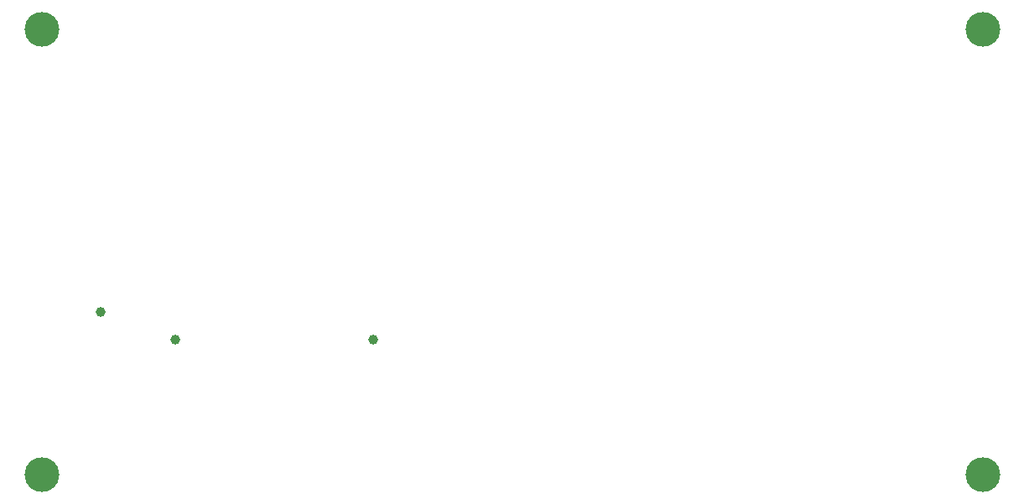
<source format=gbr>
G04 #@! TF.GenerationSoftware,KiCad,Pcbnew,(6.0.5)*
G04 #@! TF.CreationDate,2023-01-29T19:52:40+01:00*
G04 #@! TF.ProjectId,fplate,66706c61-7465-42e6-9b69-6361645f7063,0.8*
G04 #@! TF.SameCoordinates,Original*
G04 #@! TF.FileFunction,Soldermask,Bot*
G04 #@! TF.FilePolarity,Negative*
%FSLAX46Y46*%
G04 Gerber Fmt 4.6, Leading zero omitted, Abs format (unit mm)*
G04 Created by KiCad (PCBNEW (6.0.5)) date 2023-01-29 19:52:40*
%MOMM*%
%LPD*%
G01*
G04 APERTURE LIST*
%ADD10C,3.500000*%
%ADD11C,1.000000*%
G04 APERTURE END LIST*
D10*
G04 #@! TO.C,REF\u002A\u002A*
X189000000Y-119000000D03*
G04 #@! TD*
D11*
G04 #@! TO.C,REF\u002A\u002A*
X107500000Y-105402298D03*
G04 #@! TD*
D10*
G04 #@! TO.C,REF\u002A\u002A*
X94000000Y-74000000D03*
G04 #@! TD*
D11*
G04 #@! TO.C,REF\u002A\u002A*
X99949550Y-102604000D03*
G04 #@! TD*
D10*
G04 #@! TO.C,REF\u002A\u002A*
X94000000Y-119000000D03*
G04 #@! TD*
D11*
G04 #@! TO.C,REF\u002A\u002A*
X127500000Y-105402298D03*
G04 #@! TD*
D10*
G04 #@! TO.C,REF\u002A\u002A*
X189000000Y-74000000D03*
G04 #@! TD*
M02*

</source>
